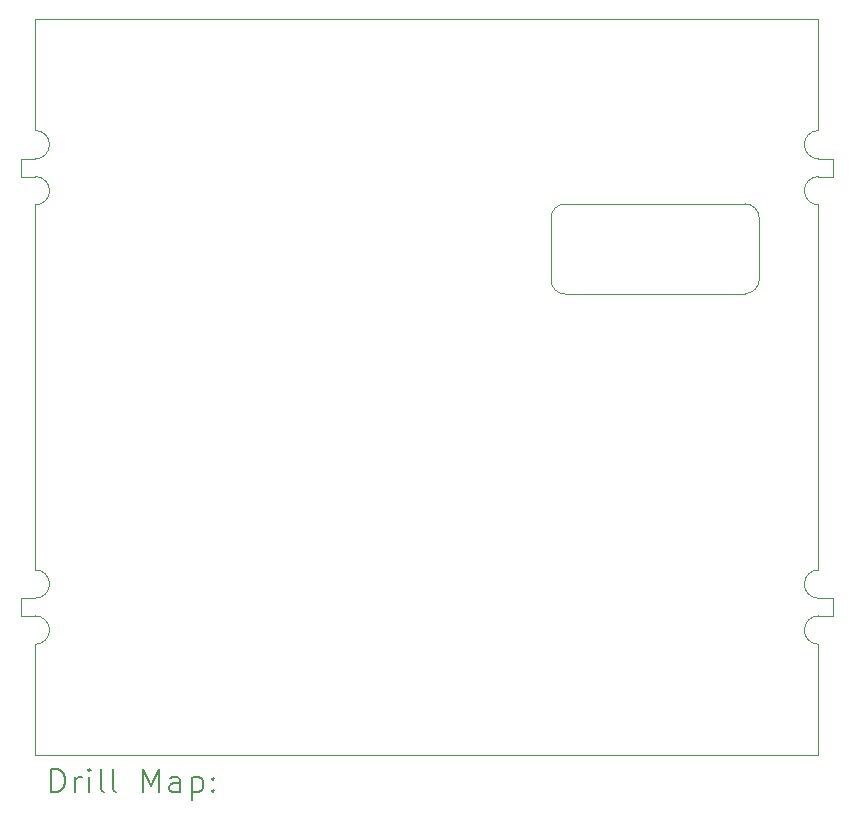
<source format=gbr>
%TF.GenerationSoftware,KiCad,Pcbnew,8.0.8*%
%TF.CreationDate,2025-02-19T14:06:18-05:00*%
%TF.ProjectId,plot_gerbers,706c6f74-5f67-4657-9262-6572732e6b69,rev?*%
%TF.SameCoordinates,Original*%
%TF.FileFunction,Drillmap*%
%TF.FilePolarity,Positive*%
%FSLAX45Y45*%
G04 Gerber Fmt 4.5, Leading zero omitted, Abs format (unit mm)*
G04 Created by KiCad (PCBNEW 8.0.8) date 2025-02-19 14:06:18*
%MOMM*%
%LPD*%
G01*
G04 APERTURE LIST*
%ADD10C,0.050000*%
%ADD11C,0.200000*%
G04 APERTURE END LIST*
D10*
X17911000Y-12807000D02*
G75*
G02*
X17791000Y-12687000I0J120000D01*
G01*
X11281000Y-9477000D02*
X11281000Y-12567000D01*
X17911000Y-9477000D02*
G75*
G02*
X17791000Y-9357000I0J120000D01*
G01*
X17911000Y-13197000D02*
X17911000Y-14137000D01*
X11281000Y-9237000D02*
X11156000Y-9237000D01*
X17791000Y-8967000D02*
G75*
G02*
X17911000Y-8847000I120000J0D01*
G01*
X15646500Y-9588500D02*
X15646500Y-10112500D01*
X17791000Y-13077000D02*
G75*
G02*
X17911000Y-12957000I120000J0D01*
G01*
X15766500Y-10232500D02*
G75*
G02*
X15646500Y-10112500I0J120000D01*
G01*
X11281000Y-12567000D02*
G75*
G02*
X11401000Y-12687000I0J-120000D01*
G01*
X17911000Y-9237000D02*
X18036000Y-9237000D01*
X11281000Y-12957000D02*
X11156000Y-12957000D01*
X17911000Y-9087000D02*
X18036000Y-9087000D01*
X17911000Y-12807000D02*
X18036000Y-12807000D01*
X18036000Y-12807000D02*
X18036000Y-12957000D01*
X15766500Y-10232500D02*
X17289500Y-10232500D01*
X11401000Y-8967000D02*
G75*
G02*
X11281000Y-9087000I-120000J0D01*
G01*
X17911000Y-9087000D02*
G75*
G02*
X17791000Y-8967000I0J120000D01*
G01*
X17911000Y-13197000D02*
G75*
G02*
X17791000Y-13077000I0J120000D01*
G01*
X17289500Y-9468500D02*
G75*
G02*
X17409500Y-9588500I0J-120000D01*
G01*
X11281000Y-7907000D02*
X17911000Y-7907000D01*
X11281000Y-8847000D02*
X11281000Y-7907000D01*
X17911000Y-12567000D02*
X17911000Y-9477000D01*
X17911000Y-12957000D02*
X18036000Y-12957000D01*
X15646500Y-9588500D02*
G75*
G02*
X15766500Y-9468500I120000J0D01*
G01*
X11281000Y-14137000D02*
X17911000Y-14137000D01*
X11281000Y-8847000D02*
G75*
G02*
X11401000Y-8967000I0J-120000D01*
G01*
X11281000Y-9087000D02*
X11156000Y-9087000D01*
X17791000Y-9357000D02*
G75*
G02*
X17911000Y-9237000I120000J0D01*
G01*
X11281000Y-9237000D02*
G75*
G02*
X11401000Y-9357000I0J-120000D01*
G01*
X17289500Y-9468500D02*
X15766500Y-9468500D01*
X11401000Y-12687000D02*
G75*
G02*
X11281000Y-12807000I-120000J0D01*
G01*
X17409500Y-9588500D02*
X17409500Y-10107500D01*
X11281000Y-12957000D02*
G75*
G02*
X11401000Y-13077000I0J-120000D01*
G01*
X17409500Y-10107500D02*
G75*
G02*
X17289500Y-10227500I-120000J0D01*
G01*
X11281000Y-13197000D02*
X11281000Y-14137000D01*
X11401000Y-13077000D02*
G75*
G02*
X11281000Y-13197000I-120000J0D01*
G01*
X17791000Y-12687000D02*
G75*
G02*
X17911000Y-12567000I120000J0D01*
G01*
X11156000Y-9237000D02*
X11156000Y-9087000D01*
X11156000Y-12957000D02*
X11156000Y-12807000D01*
X11281000Y-12807000D02*
X11156000Y-12807000D01*
X18036000Y-9087000D02*
X18036000Y-9237000D01*
X17911000Y-8847000D02*
X17911000Y-7907000D01*
X11401000Y-9357000D02*
G75*
G02*
X11281000Y-9477000I-120000J0D01*
G01*
D11*
X11414277Y-14450984D02*
X11414277Y-14250984D01*
X11414277Y-14250984D02*
X11461896Y-14250984D01*
X11461896Y-14250984D02*
X11490467Y-14260508D01*
X11490467Y-14260508D02*
X11509515Y-14279555D01*
X11509515Y-14279555D02*
X11519039Y-14298603D01*
X11519039Y-14298603D02*
X11528562Y-14336698D01*
X11528562Y-14336698D02*
X11528562Y-14365269D01*
X11528562Y-14365269D02*
X11519039Y-14403365D01*
X11519039Y-14403365D02*
X11509515Y-14422412D01*
X11509515Y-14422412D02*
X11490467Y-14441460D01*
X11490467Y-14441460D02*
X11461896Y-14450984D01*
X11461896Y-14450984D02*
X11414277Y-14450984D01*
X11614277Y-14450984D02*
X11614277Y-14317650D01*
X11614277Y-14355746D02*
X11623801Y-14336698D01*
X11623801Y-14336698D02*
X11633324Y-14327174D01*
X11633324Y-14327174D02*
X11652372Y-14317650D01*
X11652372Y-14317650D02*
X11671420Y-14317650D01*
X11738086Y-14450984D02*
X11738086Y-14317650D01*
X11738086Y-14250984D02*
X11728562Y-14260508D01*
X11728562Y-14260508D02*
X11738086Y-14270031D01*
X11738086Y-14270031D02*
X11747610Y-14260508D01*
X11747610Y-14260508D02*
X11738086Y-14250984D01*
X11738086Y-14250984D02*
X11738086Y-14270031D01*
X11861896Y-14450984D02*
X11842848Y-14441460D01*
X11842848Y-14441460D02*
X11833324Y-14422412D01*
X11833324Y-14422412D02*
X11833324Y-14250984D01*
X11966658Y-14450984D02*
X11947610Y-14441460D01*
X11947610Y-14441460D02*
X11938086Y-14422412D01*
X11938086Y-14422412D02*
X11938086Y-14250984D01*
X12195229Y-14450984D02*
X12195229Y-14250984D01*
X12195229Y-14250984D02*
X12261896Y-14393841D01*
X12261896Y-14393841D02*
X12328562Y-14250984D01*
X12328562Y-14250984D02*
X12328562Y-14450984D01*
X12509515Y-14450984D02*
X12509515Y-14346222D01*
X12509515Y-14346222D02*
X12499991Y-14327174D01*
X12499991Y-14327174D02*
X12480943Y-14317650D01*
X12480943Y-14317650D02*
X12442848Y-14317650D01*
X12442848Y-14317650D02*
X12423801Y-14327174D01*
X12509515Y-14441460D02*
X12490467Y-14450984D01*
X12490467Y-14450984D02*
X12442848Y-14450984D01*
X12442848Y-14450984D02*
X12423801Y-14441460D01*
X12423801Y-14441460D02*
X12414277Y-14422412D01*
X12414277Y-14422412D02*
X12414277Y-14403365D01*
X12414277Y-14403365D02*
X12423801Y-14384317D01*
X12423801Y-14384317D02*
X12442848Y-14374793D01*
X12442848Y-14374793D02*
X12490467Y-14374793D01*
X12490467Y-14374793D02*
X12509515Y-14365269D01*
X12604753Y-14317650D02*
X12604753Y-14517650D01*
X12604753Y-14327174D02*
X12623801Y-14317650D01*
X12623801Y-14317650D02*
X12661896Y-14317650D01*
X12661896Y-14317650D02*
X12680943Y-14327174D01*
X12680943Y-14327174D02*
X12690467Y-14336698D01*
X12690467Y-14336698D02*
X12699991Y-14355746D01*
X12699991Y-14355746D02*
X12699991Y-14412888D01*
X12699991Y-14412888D02*
X12690467Y-14431936D01*
X12690467Y-14431936D02*
X12680943Y-14441460D01*
X12680943Y-14441460D02*
X12661896Y-14450984D01*
X12661896Y-14450984D02*
X12623801Y-14450984D01*
X12623801Y-14450984D02*
X12604753Y-14441460D01*
X12785705Y-14431936D02*
X12795229Y-14441460D01*
X12795229Y-14441460D02*
X12785705Y-14450984D01*
X12785705Y-14450984D02*
X12776182Y-14441460D01*
X12776182Y-14441460D02*
X12785705Y-14431936D01*
X12785705Y-14431936D02*
X12785705Y-14450984D01*
X12785705Y-14327174D02*
X12795229Y-14336698D01*
X12795229Y-14336698D02*
X12785705Y-14346222D01*
X12785705Y-14346222D02*
X12776182Y-14336698D01*
X12776182Y-14336698D02*
X12785705Y-14327174D01*
X12785705Y-14327174D02*
X12785705Y-14346222D01*
M02*

</source>
